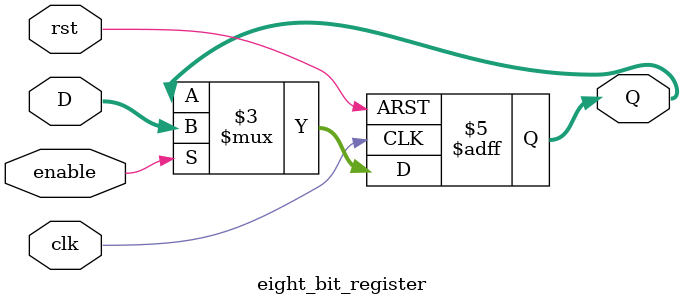
<source format=v>
module eight_bit_register(D, enable, clk, rst, Q);
	input [7:0] D;
	input enable, clk, rst;
	output reg[7:0] Q;

	always @(posedge clk or posedge rst) begin
		if (rst == 1'b1)
			Q <= 8'b00000000;
		else if(enable)
			Q <= D;
	end
endmodule

</source>
